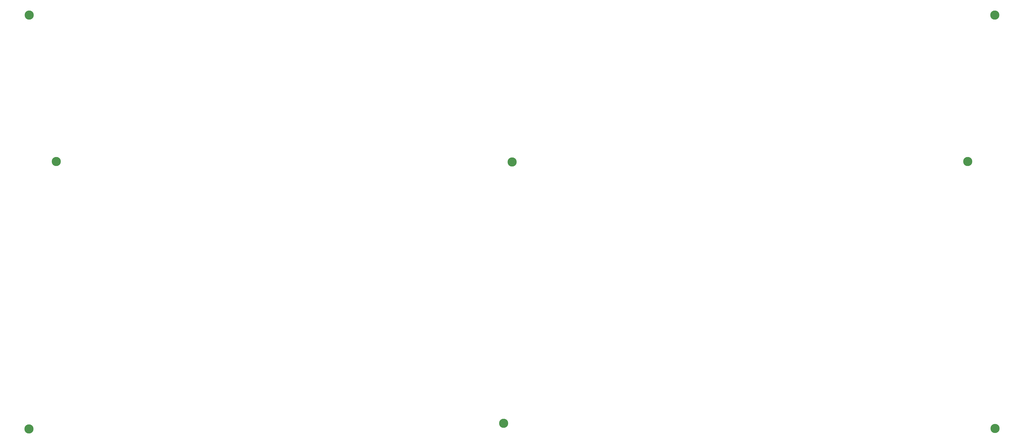
<source format=gbs>
G04 #@! TF.GenerationSoftware,KiCad,Pcbnew,(5.1.9)-1*
G04 #@! TF.CreationDate,2021-05-27T06:17:20+01:00*
G04 #@! TF.ProjectId,ENV_KB-Back,454e565f-4b42-42d4-9261-636b2e6b6963,Rev.1*
G04 #@! TF.SameCoordinates,Original*
G04 #@! TF.FileFunction,Soldermask,Bot*
G04 #@! TF.FilePolarity,Negative*
%FSLAX46Y46*%
G04 Gerber Fmt 4.6, Leading zero omitted, Abs format (unit mm)*
G04 Created by KiCad (PCBNEW (5.1.9)-1) date 2021-05-27 06:17:20*
%MOMM*%
%LPD*%
G01*
G04 APERTURE LIST*
%ADD10C,3.302000*%
G04 APERTURE END LIST*
D10*
X376075000Y-116060000D03*
X48375000Y-116060000D03*
X209225000Y-210185000D03*
X212225000Y-116235000D03*
X385925000Y-212085000D03*
X38525000Y-212185000D03*
X385825000Y-63385000D03*
X38625000Y-63385000D03*
M02*

</source>
